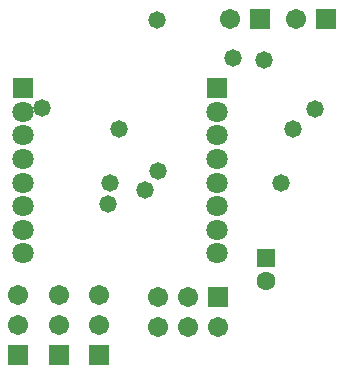
<source format=gbs>
%FSLAX25Y25*%
%MOIN*%
G70*
G01*
G75*
G04 Layer_Color=16711935*
G04:AMPARAMS|DCode=10|XSize=35.43mil|YSize=27.56mil|CornerRadius=0mil|HoleSize=0mil|Usage=FLASHONLY|Rotation=315.000|XOffset=0mil|YOffset=0mil|HoleType=Round|Shape=Rectangle|*
%AMROTATEDRECTD10*
4,1,4,-0.02227,0.00278,-0.00278,0.02227,0.02227,-0.00278,0.00278,-0.02227,-0.02227,0.00278,0.0*
%
%ADD10ROTATEDRECTD10*%

G04:AMPARAMS|DCode=11|XSize=35.43mil|YSize=27.56mil|CornerRadius=0mil|HoleSize=0mil|Usage=FLASHONLY|Rotation=225.000|XOffset=0mil|YOffset=0mil|HoleType=Round|Shape=Rectangle|*
%AMROTATEDRECTD11*
4,1,4,0.00278,0.02227,0.02227,0.00278,-0.00278,-0.02227,-0.02227,-0.00278,0.00278,0.02227,0.0*
%
%ADD11ROTATEDRECTD11*%

%ADD12R,0.03543X0.02756*%
%ADD13R,0.02756X0.03543*%
%ADD14R,0.24882X0.09291*%
%ADD15O,0.01575X0.03347*%
G04:AMPARAMS|DCode=16|XSize=21.65mil|YSize=76.77mil|CornerRadius=0mil|HoleSize=0mil|Usage=FLASHONLY|Rotation=315.000|XOffset=0mil|YOffset=0mil|HoleType=Round|Shape=Round|*
%AMOVALD16*
21,1,0.05512,0.02165,0.00000,0.00000,45.0*
1,1,0.02165,-0.01949,-0.01949*
1,1,0.02165,0.01949,0.01949*
%
%ADD16OVALD16*%

G04:AMPARAMS|DCode=17|XSize=21.65mil|YSize=76.77mil|CornerRadius=0mil|HoleSize=0mil|Usage=FLASHONLY|Rotation=45.000|XOffset=0mil|YOffset=0mil|HoleType=Round|Shape=Round|*
%AMOVALD17*
21,1,0.05512,0.02165,0.00000,0.00000,135.0*
1,1,0.02165,0.01949,-0.01949*
1,1,0.02165,-0.01949,0.01949*
%
%ADD17OVALD17*%

%ADD18O,0.09055X0.03150*%
%ADD19O,0.02362X0.03740*%
%ADD20C,0.01000*%
%ADD21C,0.04000*%
%ADD22C,0.02000*%
%ADD23C,0.01200*%
%ADD24C,0.02500*%
%ADD25C,0.05906*%
%ADD26R,0.05906X0.05906*%
%ADD27R,0.05906X0.05906*%
%ADD28R,0.05512X0.05512*%
%ADD29C,0.05512*%
%ADD30C,0.06299*%
%ADD31R,0.06299X0.06299*%
%ADD32C,0.05000*%
%ADD33C,0.00984*%
%ADD34C,0.02362*%
%ADD35C,0.00787*%
%ADD36C,0.00500*%
%ADD37C,0.00400*%
G04:AMPARAMS|DCode=38|XSize=43.43mil|YSize=35.56mil|CornerRadius=0mil|HoleSize=0mil|Usage=FLASHONLY|Rotation=315.000|XOffset=0mil|YOffset=0mil|HoleType=Round|Shape=Rectangle|*
%AMROTATEDRECTD38*
4,1,4,-0.02793,0.00278,-0.00278,0.02793,0.02793,-0.00278,0.00278,-0.02793,-0.02793,0.00278,0.0*
%
%ADD38ROTATEDRECTD38*%

G04:AMPARAMS|DCode=39|XSize=43.43mil|YSize=35.56mil|CornerRadius=0mil|HoleSize=0mil|Usage=FLASHONLY|Rotation=225.000|XOffset=0mil|YOffset=0mil|HoleType=Round|Shape=Rectangle|*
%AMROTATEDRECTD39*
4,1,4,0.00278,0.02793,0.02793,0.00278,-0.00278,-0.02793,-0.02793,-0.00278,0.00278,0.02793,0.0*
%
%ADD39ROTATEDRECTD39*%

%ADD40R,0.04343X0.03556*%
%ADD41R,0.03556X0.04343*%
%ADD42R,0.25682X0.10091*%
%ADD43O,0.02375X0.04147*%
G04:AMPARAMS|DCode=44|XSize=29.65mil|YSize=84.77mil|CornerRadius=0mil|HoleSize=0mil|Usage=FLASHONLY|Rotation=315.000|XOffset=0mil|YOffset=0mil|HoleType=Round|Shape=Round|*
%AMOVALD44*
21,1,0.05512,0.02965,0.00000,0.00000,45.0*
1,1,0.02965,-0.01949,-0.01949*
1,1,0.02965,0.01949,0.01949*
%
%ADD44OVALD44*%

G04:AMPARAMS|DCode=45|XSize=29.65mil|YSize=84.77mil|CornerRadius=0mil|HoleSize=0mil|Usage=FLASHONLY|Rotation=45.000|XOffset=0mil|YOffset=0mil|HoleType=Round|Shape=Round|*
%AMOVALD45*
21,1,0.05512,0.02965,0.00000,0.00000,135.0*
1,1,0.02965,0.01949,-0.01949*
1,1,0.02965,-0.01949,0.01949*
%
%ADD45OVALD45*%

%ADD46O,0.09855X0.03950*%
%ADD47O,0.03162X0.04540*%
%ADD48C,0.06706*%
%ADD49R,0.06706X0.06706*%
%ADD50R,0.06706X0.06706*%
%ADD51R,0.06312X0.06312*%
%ADD52C,0.06312*%
%ADD53C,0.07099*%
%ADD54R,0.07099X0.07099*%
%ADD55C,0.05800*%
D48*
X142000Y398000D02*
D03*
Y388000D02*
D03*
X128500Y398000D02*
D03*
Y388000D02*
D03*
X115000Y398000D02*
D03*
Y388000D02*
D03*
X161500Y387500D02*
D03*
Y397500D02*
D03*
X171500Y387500D02*
D03*
Y397500D02*
D03*
X181500Y387500D02*
D03*
X207500Y490000D02*
D03*
X185500D02*
D03*
D49*
X142000Y378000D02*
D03*
X128500D02*
D03*
X115000D02*
D03*
D50*
X181500Y397500D02*
D03*
X217500Y490000D02*
D03*
X195500D02*
D03*
D51*
X197500Y410437D02*
D03*
D52*
Y402563D02*
D03*
D53*
X116500Y411882D02*
D03*
Y419756D02*
D03*
Y427630D02*
D03*
Y435504D02*
D03*
Y443378D02*
D03*
Y451252D02*
D03*
Y459126D02*
D03*
X181400Y411882D02*
D03*
Y419756D02*
D03*
Y427630D02*
D03*
Y435504D02*
D03*
Y443378D02*
D03*
Y451252D02*
D03*
Y459126D02*
D03*
D54*
X116500Y467000D02*
D03*
X181400D02*
D03*
D55*
X157227Y433000D02*
D03*
X214000Y460000D02*
D03*
X206740Y453260D02*
D03*
X197000Y476500D02*
D03*
X161232Y489732D02*
D03*
X186744Y477000D02*
D03*
X123000Y460500D02*
D03*
X148500Y453500D02*
D03*
X145000Y428500D02*
D03*
X202500Y435500D02*
D03*
X161500Y439500D02*
D03*
X145500Y435500D02*
D03*
M02*

</source>
